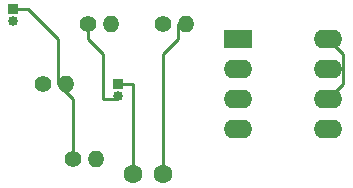
<source format=gbr>
G04 #@! TF.FileFunction,Copper,L1,Top,Signal*
%FSLAX46Y46*%
G04 Gerber Fmt 4.6, Leading zero omitted, Abs format (unit mm)*
G04 Created by KiCad (PCBNEW 4.0.7) date 10/01/18 16:12:57*
%MOMM*%
%LPD*%
G01*
G04 APERTURE LIST*
%ADD10C,0.100000*%
%ADD11C,1.600000*%
%ADD12C,1.400000*%
%ADD13O,1.400000X1.400000*%
%ADD14R,0.850000X0.850000*%
%ADD15O,0.850000X0.850000*%
%ADD16R,2.400000X1.600000*%
%ADD17O,2.400000X1.600000*%
%ADD18C,0.250000*%
G04 APERTURE END LIST*
D10*
D11*
X157480000Y-134620000D03*
X160020000Y-134620000D03*
D12*
X160020000Y-121920000D03*
D13*
X161920000Y-121920000D03*
D12*
X153670000Y-121920000D03*
D13*
X155570000Y-121920000D03*
D12*
X149860000Y-127000000D03*
D13*
X151760000Y-127000000D03*
D12*
X152400000Y-133350000D03*
D13*
X154300000Y-133350000D03*
D14*
X147320000Y-120650000D03*
D15*
X147320000Y-121650000D03*
D14*
X156210000Y-127000000D03*
D15*
X156210000Y-128000000D03*
D16*
X166370000Y-123190000D03*
D17*
X173990000Y-130810000D03*
X166370000Y-125730000D03*
X173990000Y-128270000D03*
X166370000Y-128270000D03*
X173990000Y-125730000D03*
X166370000Y-130810000D03*
X173990000Y-123190000D03*
D18*
X147320000Y-120650000D02*
X148590000Y-120650000D01*
X148590000Y-120650000D02*
X151130000Y-123190000D01*
X151130000Y-123190000D02*
X151130000Y-127000000D01*
X151130000Y-127000000D02*
X151760000Y-127000000D01*
X151760000Y-127000000D02*
X151130000Y-127000000D01*
X151130000Y-127000000D02*
X152400000Y-128270000D01*
X152400000Y-128270000D02*
X152400000Y-133350000D01*
X153670000Y-121920000D02*
X153670000Y-123190000D01*
X153670000Y-123190000D02*
X154940000Y-124460000D01*
X154940000Y-124460000D02*
X154940000Y-128270000D01*
X154940000Y-128270000D02*
X156210000Y-128270000D01*
X156210000Y-128270000D02*
X156210000Y-128000000D01*
X157480000Y-134620000D02*
X157480000Y-127000000D01*
X157480000Y-127000000D02*
X156210000Y-127000000D01*
X173990000Y-123190000D02*
X175260000Y-124460000D01*
X175260000Y-124460000D02*
X175260000Y-127000000D01*
X175260000Y-127000000D02*
X173990000Y-128270000D01*
X161920000Y-121920000D02*
X161290000Y-121920000D01*
X161290000Y-121920000D02*
X161290000Y-123190000D01*
X161290000Y-123190000D02*
X160020000Y-124460000D01*
X160020000Y-124460000D02*
X160020000Y-134620000D01*
M02*

</source>
